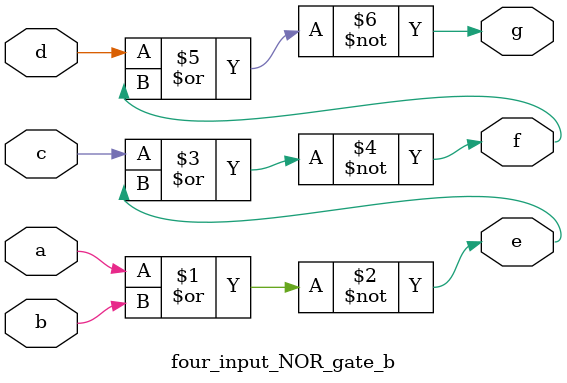
<source format=v>
`timescale 1ns / 1ps


module four_input_NOR_gate_b(
    input a, b, c, d,
    output e, f, g
    );
    assign e = ~(a|b);
    assign f = ~(c|e);
    assign g = ~(d|f);
endmodule

</source>
